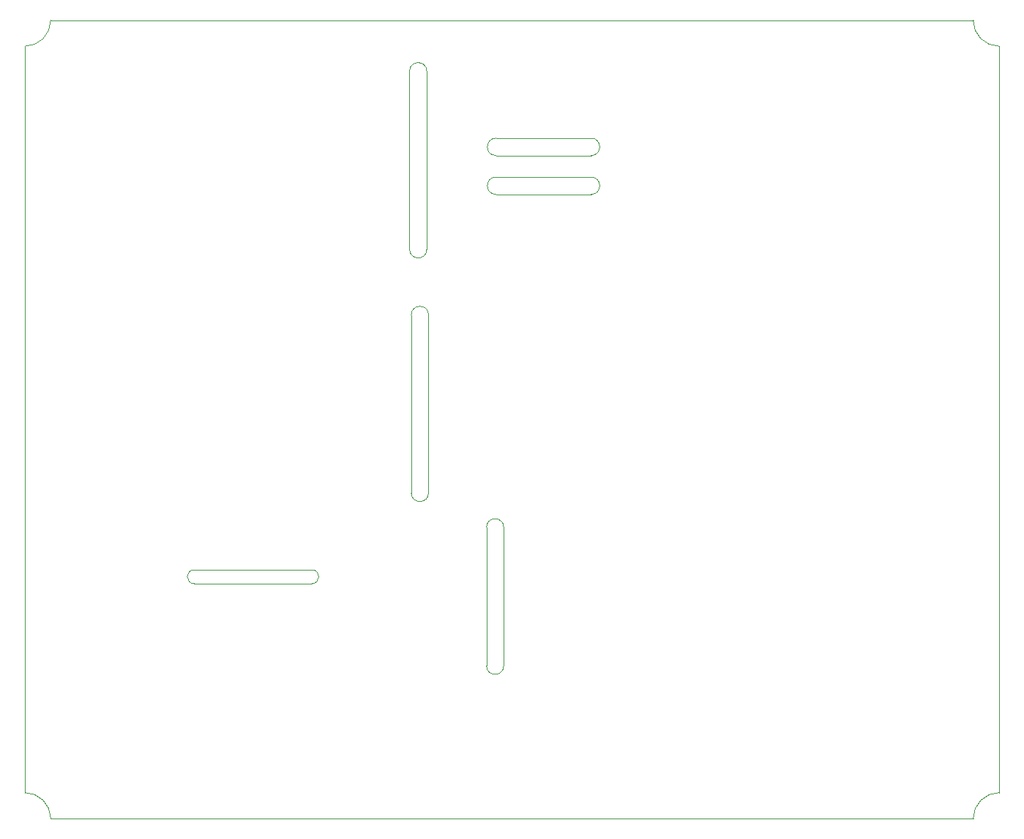
<source format=gbr>
%TF.GenerationSoftware,KiCad,Pcbnew,7.0.9*%
%TF.CreationDate,2024-05-06T20:13:39+08:00*%
%TF.ProjectId,power_monitor_v0.1,706f7765-725f-46d6-9f6e-69746f725f76,rev?*%
%TF.SameCoordinates,Original*%
%TF.FileFunction,Profile,NP*%
%FSLAX46Y46*%
G04 Gerber Fmt 4.6, Leading zero omitted, Abs format (unit mm)*
G04 Created by KiCad (PCBNEW 7.0.9) date 2024-05-06 20:13:39*
%MOMM*%
%LPD*%
G01*
G04 APERTURE LIST*
%TA.AperFunction,Profile*%
%ADD10C,0.100000*%
%TD*%
G04 APERTURE END LIST*
D10*
X140500000Y-81100000D02*
X140500000Y-60500000D01*
X147400000Y-113300000D02*
X147400000Y-129300000D01*
X149400000Y-113300000D02*
G75*
G03*
X147400000Y-113300000I-1000000J0D01*
G01*
X159500000Y-70250000D02*
X148500000Y-70250000D01*
X148500000Y-68250000D02*
G75*
G03*
X148500000Y-70250000I0J-1000000D01*
G01*
X140700000Y-88700000D02*
G75*
G03*
X138700000Y-88700000I-1000000J0D01*
G01*
X206700000Y-144000000D02*
G75*
G03*
X203700000Y-147000000I0J-3000000D01*
G01*
X140700000Y-109300000D02*
X140700000Y-88700000D01*
X149400000Y-129300000D02*
X149400000Y-113300000D01*
X147400000Y-129300000D02*
G75*
G03*
X149400000Y-129300000I1000000J0D01*
G01*
X138500000Y-81100000D02*
G75*
G03*
X140500000Y-81100000I1000000J0D01*
G01*
X148500000Y-72750000D02*
X159500000Y-72750000D01*
X148500000Y-72750000D02*
G75*
G03*
X148500000Y-74750000I0J-1000000D01*
G01*
X97000000Y-147000000D02*
G75*
G03*
X94000000Y-144000000I-3000000J0D01*
G01*
X127200000Y-119800000D02*
X113600000Y-119800000D01*
X94000000Y-57600000D02*
X94000000Y-144000000D01*
X159500000Y-70250000D02*
G75*
G03*
X159500000Y-68250000I0J1000000D01*
G01*
X140500000Y-60500000D02*
G75*
G03*
X138500000Y-60500000I-1000000J0D01*
G01*
X138700000Y-109300000D02*
G75*
G03*
X140700000Y-109300000I1000000J0D01*
G01*
X159500000Y-74750000D02*
G75*
G03*
X159500000Y-72750000I0J1000000D01*
G01*
X138500000Y-60500000D02*
X138500000Y-81100000D01*
X127200000Y-119800000D02*
G75*
G03*
X127200000Y-118200000I0J800000D01*
G01*
X97000000Y-147000000D02*
X203700000Y-147000000D01*
X159500000Y-74750000D02*
X148500000Y-74750000D01*
X113600000Y-118200000D02*
G75*
G03*
X113600000Y-119800000I0J-800000D01*
G01*
X94000000Y-57600000D02*
G75*
G03*
X97000000Y-54600000I0J3000000D01*
G01*
X148500000Y-68250000D02*
X159500000Y-68250000D01*
X138700000Y-88700000D02*
X138700000Y-109300000D01*
X203700000Y-54600000D02*
G75*
G03*
X206700000Y-57600000I3000000J0D01*
G01*
X113600000Y-118200000D02*
X127200000Y-118200000D01*
X206700000Y-144000000D02*
X206700000Y-57600000D01*
X203700000Y-54600000D02*
X97000000Y-54600000D01*
M02*

</source>
